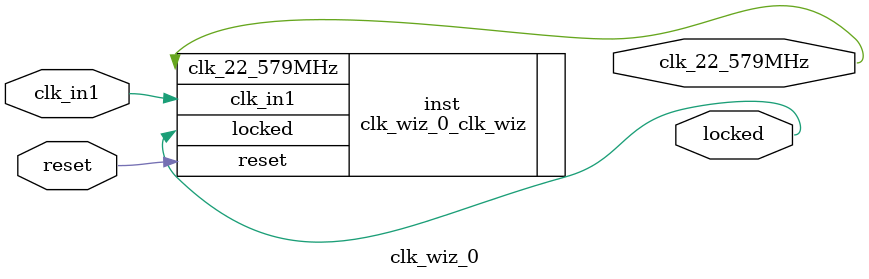
<source format=v>


`timescale 1ps/1ps

(* CORE_GENERATION_INFO = "clk_wiz_0,clk_wiz_v6_0_13_0_0,{component_name=clk_wiz_0,use_phase_alignment=true,use_min_o_jitter=false,use_max_i_jitter=false,use_dyn_phase_shift=false,use_inclk_switchover=false,use_dyn_reconfig=false,enable_axi=0,feedback_source=FDBK_AUTO,PRIMITIVE=MMCM,num_out_clk=1,clkin1_period=10.000,clkin2_period=10.000,use_power_down=false,use_reset=true,use_locked=true,use_inclk_stopped=false,feedback_type=SINGLE,CLOCK_MGR_TYPE=NA,manual_override=false}" *)

module clk_wiz_0 
 (
  // Clock out ports
  output        clk_22_579MHz,
  // Status and control signals
  input         reset,
  output        locked,
 // Clock in ports
  input         clk_in1
 );

  clk_wiz_0_clk_wiz inst
  (
  // Clock out ports  
  .clk_22_579MHz(clk_22_579MHz),
  // Status and control signals               
  .reset(reset), 
  .locked(locked),
 // Clock in ports
  .clk_in1(clk_in1)
  );

endmodule

</source>
